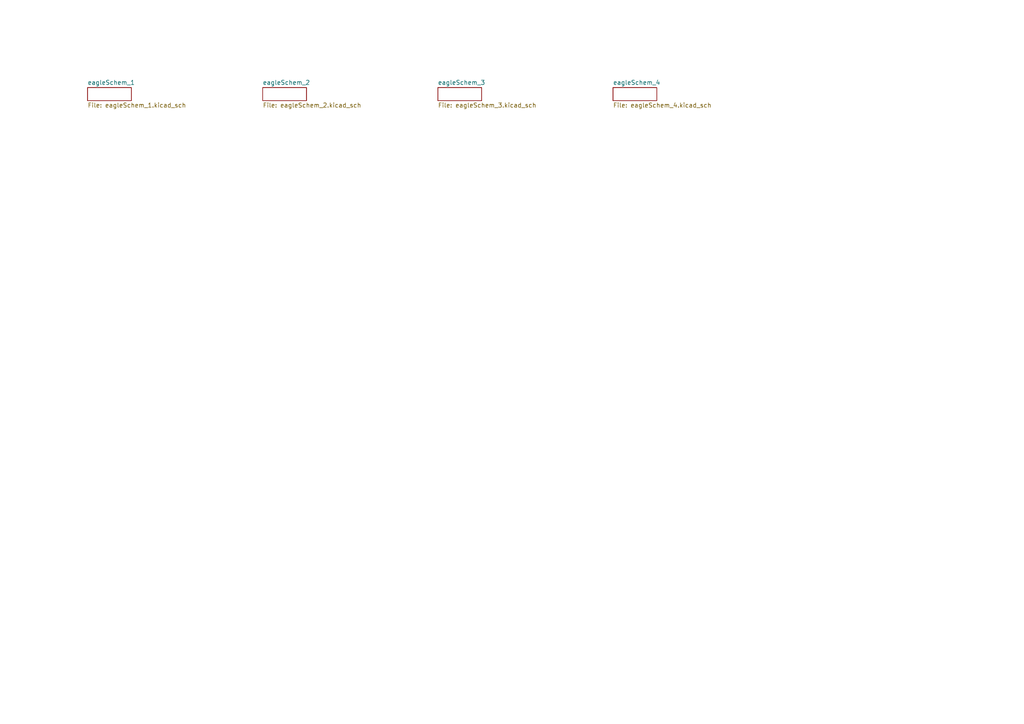
<source format=kicad_sch>
(kicad_sch (version 20211123) (generator eeschema)
  (paper "A4")
  (lib_symbols)
  (sheet (at 127 25.4) (size 12.7 3.81)
    (property "Sheet name" "eagleSchem_3" (at 127 24.6884 0) (effects (justify left bottom)))
    (property "Sheet file" "eagleSchem_3.kicad_sch" (at 127 29.7946 0) (effects (justify left top)))
  )
  (sheet (at 76.2 25.4) (size 12.7 3.81)
    (property "Sheet name" "eagleSchem_2" (at 76.2 24.6884 0) (effects (justify left bottom)))
    (property "Sheet file" "eagleSchem_2.kicad_sch" (at 76.2 29.7946 0) (effects (justify left top)))
  )
  (sheet (at 177.8 25.4) (size 12.7 3.81)
    (property "Sheet name" "eagleSchem_4" (at 177.8 24.6884 0) (effects (justify left bottom)))
    (property "Sheet file" "eagleSchem_4.kicad_sch" (at 177.8 29.7946 0) (effects (justify left top)))
  )
  (sheet (at 25.4 25.4) (size 12.7 3.81)
    (property "Sheet name" "eagleSchem_1" (at 25.4 24.6884 0) (effects (justify left bottom)))
    (property "Sheet file" "eagleSchem_1.kicad_sch" (at 25.4 29.7946 0) (effects (justify left top)))
  )
)
</source>
